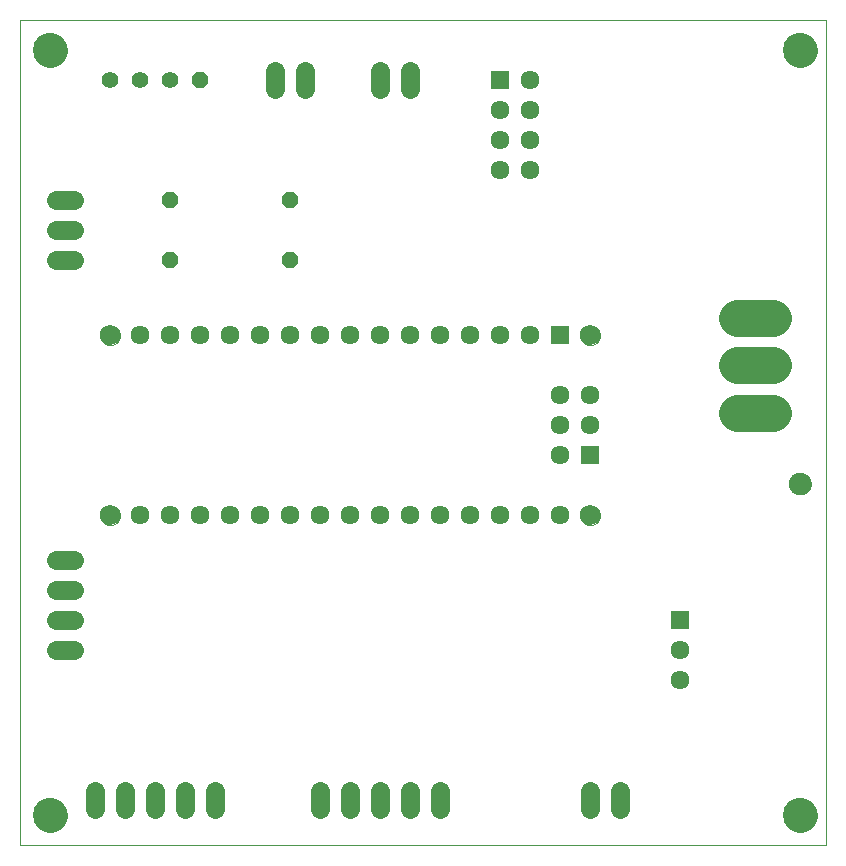
<source format=gts>
G75*
%MOIN*%
%OFA0B0*%
%FSLAX25Y25*%
%IPPOS*%
%LPD*%
%AMOC8*
5,1,8,0,0,1.08239X$1,22.5*
%
%ADD10C,0.00000*%
%ADD11C,0.11424*%
%ADD12C,0.06400*%
%ADD13R,0.06337X0.06337*%
%ADD14C,0.06337*%
%ADD15C,0.06900*%
%ADD16OC8,0.05600*%
%ADD17C,0.07487*%
%ADD18OC8,0.05550*%
%ADD19C,0.05550*%
%ADD20C,0.12250*%
D10*
X0001000Y0001500D02*
X0001000Y0276461D01*
X0269701Y0276461D01*
X0269701Y0001500D01*
X0001000Y0001500D01*
X0005488Y0011500D02*
X0005490Y0011648D01*
X0005496Y0011796D01*
X0005506Y0011944D01*
X0005520Y0012091D01*
X0005538Y0012238D01*
X0005559Y0012384D01*
X0005585Y0012530D01*
X0005615Y0012675D01*
X0005648Y0012819D01*
X0005686Y0012962D01*
X0005727Y0013104D01*
X0005772Y0013245D01*
X0005820Y0013385D01*
X0005873Y0013524D01*
X0005929Y0013661D01*
X0005989Y0013796D01*
X0006052Y0013930D01*
X0006119Y0014062D01*
X0006190Y0014192D01*
X0006264Y0014320D01*
X0006341Y0014446D01*
X0006422Y0014570D01*
X0006506Y0014692D01*
X0006593Y0014811D01*
X0006684Y0014928D01*
X0006778Y0015043D01*
X0006874Y0015155D01*
X0006974Y0015265D01*
X0007076Y0015371D01*
X0007182Y0015475D01*
X0007290Y0015576D01*
X0007401Y0015674D01*
X0007514Y0015770D01*
X0007630Y0015862D01*
X0007748Y0015951D01*
X0007869Y0016036D01*
X0007992Y0016119D01*
X0008117Y0016198D01*
X0008244Y0016274D01*
X0008373Y0016346D01*
X0008504Y0016415D01*
X0008637Y0016480D01*
X0008772Y0016541D01*
X0008908Y0016599D01*
X0009045Y0016654D01*
X0009184Y0016704D01*
X0009325Y0016751D01*
X0009466Y0016794D01*
X0009609Y0016834D01*
X0009753Y0016869D01*
X0009897Y0016901D01*
X0010043Y0016928D01*
X0010189Y0016952D01*
X0010336Y0016972D01*
X0010483Y0016988D01*
X0010630Y0017000D01*
X0010778Y0017008D01*
X0010926Y0017012D01*
X0011074Y0017012D01*
X0011222Y0017008D01*
X0011370Y0017000D01*
X0011517Y0016988D01*
X0011664Y0016972D01*
X0011811Y0016952D01*
X0011957Y0016928D01*
X0012103Y0016901D01*
X0012247Y0016869D01*
X0012391Y0016834D01*
X0012534Y0016794D01*
X0012675Y0016751D01*
X0012816Y0016704D01*
X0012955Y0016654D01*
X0013092Y0016599D01*
X0013228Y0016541D01*
X0013363Y0016480D01*
X0013496Y0016415D01*
X0013627Y0016346D01*
X0013756Y0016274D01*
X0013883Y0016198D01*
X0014008Y0016119D01*
X0014131Y0016036D01*
X0014252Y0015951D01*
X0014370Y0015862D01*
X0014486Y0015770D01*
X0014599Y0015674D01*
X0014710Y0015576D01*
X0014818Y0015475D01*
X0014924Y0015371D01*
X0015026Y0015265D01*
X0015126Y0015155D01*
X0015222Y0015043D01*
X0015316Y0014928D01*
X0015407Y0014811D01*
X0015494Y0014692D01*
X0015578Y0014570D01*
X0015659Y0014446D01*
X0015736Y0014320D01*
X0015810Y0014192D01*
X0015881Y0014062D01*
X0015948Y0013930D01*
X0016011Y0013796D01*
X0016071Y0013661D01*
X0016127Y0013524D01*
X0016180Y0013385D01*
X0016228Y0013245D01*
X0016273Y0013104D01*
X0016314Y0012962D01*
X0016352Y0012819D01*
X0016385Y0012675D01*
X0016415Y0012530D01*
X0016441Y0012384D01*
X0016462Y0012238D01*
X0016480Y0012091D01*
X0016494Y0011944D01*
X0016504Y0011796D01*
X0016510Y0011648D01*
X0016512Y0011500D01*
X0016510Y0011352D01*
X0016504Y0011204D01*
X0016494Y0011056D01*
X0016480Y0010909D01*
X0016462Y0010762D01*
X0016441Y0010616D01*
X0016415Y0010470D01*
X0016385Y0010325D01*
X0016352Y0010181D01*
X0016314Y0010038D01*
X0016273Y0009896D01*
X0016228Y0009755D01*
X0016180Y0009615D01*
X0016127Y0009476D01*
X0016071Y0009339D01*
X0016011Y0009204D01*
X0015948Y0009070D01*
X0015881Y0008938D01*
X0015810Y0008808D01*
X0015736Y0008680D01*
X0015659Y0008554D01*
X0015578Y0008430D01*
X0015494Y0008308D01*
X0015407Y0008189D01*
X0015316Y0008072D01*
X0015222Y0007957D01*
X0015126Y0007845D01*
X0015026Y0007735D01*
X0014924Y0007629D01*
X0014818Y0007525D01*
X0014710Y0007424D01*
X0014599Y0007326D01*
X0014486Y0007230D01*
X0014370Y0007138D01*
X0014252Y0007049D01*
X0014131Y0006964D01*
X0014008Y0006881D01*
X0013883Y0006802D01*
X0013756Y0006726D01*
X0013627Y0006654D01*
X0013496Y0006585D01*
X0013363Y0006520D01*
X0013228Y0006459D01*
X0013092Y0006401D01*
X0012955Y0006346D01*
X0012816Y0006296D01*
X0012675Y0006249D01*
X0012534Y0006206D01*
X0012391Y0006166D01*
X0012247Y0006131D01*
X0012103Y0006099D01*
X0011957Y0006072D01*
X0011811Y0006048D01*
X0011664Y0006028D01*
X0011517Y0006012D01*
X0011370Y0006000D01*
X0011222Y0005992D01*
X0011074Y0005988D01*
X0010926Y0005988D01*
X0010778Y0005992D01*
X0010630Y0006000D01*
X0010483Y0006012D01*
X0010336Y0006028D01*
X0010189Y0006048D01*
X0010043Y0006072D01*
X0009897Y0006099D01*
X0009753Y0006131D01*
X0009609Y0006166D01*
X0009466Y0006206D01*
X0009325Y0006249D01*
X0009184Y0006296D01*
X0009045Y0006346D01*
X0008908Y0006401D01*
X0008772Y0006459D01*
X0008637Y0006520D01*
X0008504Y0006585D01*
X0008373Y0006654D01*
X0008244Y0006726D01*
X0008117Y0006802D01*
X0007992Y0006881D01*
X0007869Y0006964D01*
X0007748Y0007049D01*
X0007630Y0007138D01*
X0007514Y0007230D01*
X0007401Y0007326D01*
X0007290Y0007424D01*
X0007182Y0007525D01*
X0007076Y0007629D01*
X0006974Y0007735D01*
X0006874Y0007845D01*
X0006778Y0007957D01*
X0006684Y0008072D01*
X0006593Y0008189D01*
X0006506Y0008308D01*
X0006422Y0008430D01*
X0006341Y0008554D01*
X0006264Y0008680D01*
X0006190Y0008808D01*
X0006119Y0008938D01*
X0006052Y0009070D01*
X0005989Y0009204D01*
X0005929Y0009339D01*
X0005873Y0009476D01*
X0005820Y0009615D01*
X0005772Y0009755D01*
X0005727Y0009896D01*
X0005686Y0010038D01*
X0005648Y0010181D01*
X0005615Y0010325D01*
X0005585Y0010470D01*
X0005559Y0010616D01*
X0005538Y0010762D01*
X0005520Y0010909D01*
X0005506Y0011056D01*
X0005496Y0011204D01*
X0005490Y0011352D01*
X0005488Y0011500D01*
X0027750Y0111500D02*
X0027752Y0111613D01*
X0027758Y0111727D01*
X0027768Y0111840D01*
X0027782Y0111952D01*
X0027799Y0112064D01*
X0027821Y0112176D01*
X0027847Y0112286D01*
X0027876Y0112396D01*
X0027909Y0112504D01*
X0027946Y0112612D01*
X0027987Y0112717D01*
X0028031Y0112822D01*
X0028079Y0112925D01*
X0028130Y0113026D01*
X0028185Y0113125D01*
X0028244Y0113222D01*
X0028306Y0113317D01*
X0028371Y0113410D01*
X0028439Y0113501D01*
X0028510Y0113589D01*
X0028585Y0113675D01*
X0028662Y0113758D01*
X0028742Y0113838D01*
X0028825Y0113915D01*
X0028911Y0113990D01*
X0028999Y0114061D01*
X0029090Y0114129D01*
X0029183Y0114194D01*
X0029278Y0114256D01*
X0029375Y0114315D01*
X0029474Y0114370D01*
X0029575Y0114421D01*
X0029678Y0114469D01*
X0029783Y0114513D01*
X0029888Y0114554D01*
X0029996Y0114591D01*
X0030104Y0114624D01*
X0030214Y0114653D01*
X0030324Y0114679D01*
X0030436Y0114701D01*
X0030548Y0114718D01*
X0030660Y0114732D01*
X0030773Y0114742D01*
X0030887Y0114748D01*
X0031000Y0114750D01*
X0031113Y0114748D01*
X0031227Y0114742D01*
X0031340Y0114732D01*
X0031452Y0114718D01*
X0031564Y0114701D01*
X0031676Y0114679D01*
X0031786Y0114653D01*
X0031896Y0114624D01*
X0032004Y0114591D01*
X0032112Y0114554D01*
X0032217Y0114513D01*
X0032322Y0114469D01*
X0032425Y0114421D01*
X0032526Y0114370D01*
X0032625Y0114315D01*
X0032722Y0114256D01*
X0032817Y0114194D01*
X0032910Y0114129D01*
X0033001Y0114061D01*
X0033089Y0113990D01*
X0033175Y0113915D01*
X0033258Y0113838D01*
X0033338Y0113758D01*
X0033415Y0113675D01*
X0033490Y0113589D01*
X0033561Y0113501D01*
X0033629Y0113410D01*
X0033694Y0113317D01*
X0033756Y0113222D01*
X0033815Y0113125D01*
X0033870Y0113026D01*
X0033921Y0112925D01*
X0033969Y0112822D01*
X0034013Y0112717D01*
X0034054Y0112612D01*
X0034091Y0112504D01*
X0034124Y0112396D01*
X0034153Y0112286D01*
X0034179Y0112176D01*
X0034201Y0112064D01*
X0034218Y0111952D01*
X0034232Y0111840D01*
X0034242Y0111727D01*
X0034248Y0111613D01*
X0034250Y0111500D01*
X0034248Y0111387D01*
X0034242Y0111273D01*
X0034232Y0111160D01*
X0034218Y0111048D01*
X0034201Y0110936D01*
X0034179Y0110824D01*
X0034153Y0110714D01*
X0034124Y0110604D01*
X0034091Y0110496D01*
X0034054Y0110388D01*
X0034013Y0110283D01*
X0033969Y0110178D01*
X0033921Y0110075D01*
X0033870Y0109974D01*
X0033815Y0109875D01*
X0033756Y0109778D01*
X0033694Y0109683D01*
X0033629Y0109590D01*
X0033561Y0109499D01*
X0033490Y0109411D01*
X0033415Y0109325D01*
X0033338Y0109242D01*
X0033258Y0109162D01*
X0033175Y0109085D01*
X0033089Y0109010D01*
X0033001Y0108939D01*
X0032910Y0108871D01*
X0032817Y0108806D01*
X0032722Y0108744D01*
X0032625Y0108685D01*
X0032526Y0108630D01*
X0032425Y0108579D01*
X0032322Y0108531D01*
X0032217Y0108487D01*
X0032112Y0108446D01*
X0032004Y0108409D01*
X0031896Y0108376D01*
X0031786Y0108347D01*
X0031676Y0108321D01*
X0031564Y0108299D01*
X0031452Y0108282D01*
X0031340Y0108268D01*
X0031227Y0108258D01*
X0031113Y0108252D01*
X0031000Y0108250D01*
X0030887Y0108252D01*
X0030773Y0108258D01*
X0030660Y0108268D01*
X0030548Y0108282D01*
X0030436Y0108299D01*
X0030324Y0108321D01*
X0030214Y0108347D01*
X0030104Y0108376D01*
X0029996Y0108409D01*
X0029888Y0108446D01*
X0029783Y0108487D01*
X0029678Y0108531D01*
X0029575Y0108579D01*
X0029474Y0108630D01*
X0029375Y0108685D01*
X0029278Y0108744D01*
X0029183Y0108806D01*
X0029090Y0108871D01*
X0028999Y0108939D01*
X0028911Y0109010D01*
X0028825Y0109085D01*
X0028742Y0109162D01*
X0028662Y0109242D01*
X0028585Y0109325D01*
X0028510Y0109411D01*
X0028439Y0109499D01*
X0028371Y0109590D01*
X0028306Y0109683D01*
X0028244Y0109778D01*
X0028185Y0109875D01*
X0028130Y0109974D01*
X0028079Y0110075D01*
X0028031Y0110178D01*
X0027987Y0110283D01*
X0027946Y0110388D01*
X0027909Y0110496D01*
X0027876Y0110604D01*
X0027847Y0110714D01*
X0027821Y0110824D01*
X0027799Y0110936D01*
X0027782Y0111048D01*
X0027768Y0111160D01*
X0027758Y0111273D01*
X0027752Y0111387D01*
X0027750Y0111500D01*
X0027750Y0171500D02*
X0027752Y0171613D01*
X0027758Y0171727D01*
X0027768Y0171840D01*
X0027782Y0171952D01*
X0027799Y0172064D01*
X0027821Y0172176D01*
X0027847Y0172286D01*
X0027876Y0172396D01*
X0027909Y0172504D01*
X0027946Y0172612D01*
X0027987Y0172717D01*
X0028031Y0172822D01*
X0028079Y0172925D01*
X0028130Y0173026D01*
X0028185Y0173125D01*
X0028244Y0173222D01*
X0028306Y0173317D01*
X0028371Y0173410D01*
X0028439Y0173501D01*
X0028510Y0173589D01*
X0028585Y0173675D01*
X0028662Y0173758D01*
X0028742Y0173838D01*
X0028825Y0173915D01*
X0028911Y0173990D01*
X0028999Y0174061D01*
X0029090Y0174129D01*
X0029183Y0174194D01*
X0029278Y0174256D01*
X0029375Y0174315D01*
X0029474Y0174370D01*
X0029575Y0174421D01*
X0029678Y0174469D01*
X0029783Y0174513D01*
X0029888Y0174554D01*
X0029996Y0174591D01*
X0030104Y0174624D01*
X0030214Y0174653D01*
X0030324Y0174679D01*
X0030436Y0174701D01*
X0030548Y0174718D01*
X0030660Y0174732D01*
X0030773Y0174742D01*
X0030887Y0174748D01*
X0031000Y0174750D01*
X0031113Y0174748D01*
X0031227Y0174742D01*
X0031340Y0174732D01*
X0031452Y0174718D01*
X0031564Y0174701D01*
X0031676Y0174679D01*
X0031786Y0174653D01*
X0031896Y0174624D01*
X0032004Y0174591D01*
X0032112Y0174554D01*
X0032217Y0174513D01*
X0032322Y0174469D01*
X0032425Y0174421D01*
X0032526Y0174370D01*
X0032625Y0174315D01*
X0032722Y0174256D01*
X0032817Y0174194D01*
X0032910Y0174129D01*
X0033001Y0174061D01*
X0033089Y0173990D01*
X0033175Y0173915D01*
X0033258Y0173838D01*
X0033338Y0173758D01*
X0033415Y0173675D01*
X0033490Y0173589D01*
X0033561Y0173501D01*
X0033629Y0173410D01*
X0033694Y0173317D01*
X0033756Y0173222D01*
X0033815Y0173125D01*
X0033870Y0173026D01*
X0033921Y0172925D01*
X0033969Y0172822D01*
X0034013Y0172717D01*
X0034054Y0172612D01*
X0034091Y0172504D01*
X0034124Y0172396D01*
X0034153Y0172286D01*
X0034179Y0172176D01*
X0034201Y0172064D01*
X0034218Y0171952D01*
X0034232Y0171840D01*
X0034242Y0171727D01*
X0034248Y0171613D01*
X0034250Y0171500D01*
X0034248Y0171387D01*
X0034242Y0171273D01*
X0034232Y0171160D01*
X0034218Y0171048D01*
X0034201Y0170936D01*
X0034179Y0170824D01*
X0034153Y0170714D01*
X0034124Y0170604D01*
X0034091Y0170496D01*
X0034054Y0170388D01*
X0034013Y0170283D01*
X0033969Y0170178D01*
X0033921Y0170075D01*
X0033870Y0169974D01*
X0033815Y0169875D01*
X0033756Y0169778D01*
X0033694Y0169683D01*
X0033629Y0169590D01*
X0033561Y0169499D01*
X0033490Y0169411D01*
X0033415Y0169325D01*
X0033338Y0169242D01*
X0033258Y0169162D01*
X0033175Y0169085D01*
X0033089Y0169010D01*
X0033001Y0168939D01*
X0032910Y0168871D01*
X0032817Y0168806D01*
X0032722Y0168744D01*
X0032625Y0168685D01*
X0032526Y0168630D01*
X0032425Y0168579D01*
X0032322Y0168531D01*
X0032217Y0168487D01*
X0032112Y0168446D01*
X0032004Y0168409D01*
X0031896Y0168376D01*
X0031786Y0168347D01*
X0031676Y0168321D01*
X0031564Y0168299D01*
X0031452Y0168282D01*
X0031340Y0168268D01*
X0031227Y0168258D01*
X0031113Y0168252D01*
X0031000Y0168250D01*
X0030887Y0168252D01*
X0030773Y0168258D01*
X0030660Y0168268D01*
X0030548Y0168282D01*
X0030436Y0168299D01*
X0030324Y0168321D01*
X0030214Y0168347D01*
X0030104Y0168376D01*
X0029996Y0168409D01*
X0029888Y0168446D01*
X0029783Y0168487D01*
X0029678Y0168531D01*
X0029575Y0168579D01*
X0029474Y0168630D01*
X0029375Y0168685D01*
X0029278Y0168744D01*
X0029183Y0168806D01*
X0029090Y0168871D01*
X0028999Y0168939D01*
X0028911Y0169010D01*
X0028825Y0169085D01*
X0028742Y0169162D01*
X0028662Y0169242D01*
X0028585Y0169325D01*
X0028510Y0169411D01*
X0028439Y0169499D01*
X0028371Y0169590D01*
X0028306Y0169683D01*
X0028244Y0169778D01*
X0028185Y0169875D01*
X0028130Y0169974D01*
X0028079Y0170075D01*
X0028031Y0170178D01*
X0027987Y0170283D01*
X0027946Y0170388D01*
X0027909Y0170496D01*
X0027876Y0170604D01*
X0027847Y0170714D01*
X0027821Y0170824D01*
X0027799Y0170936D01*
X0027782Y0171048D01*
X0027768Y0171160D01*
X0027758Y0171273D01*
X0027752Y0171387D01*
X0027750Y0171500D01*
X0005488Y0266500D02*
X0005490Y0266648D01*
X0005496Y0266796D01*
X0005506Y0266944D01*
X0005520Y0267091D01*
X0005538Y0267238D01*
X0005559Y0267384D01*
X0005585Y0267530D01*
X0005615Y0267675D01*
X0005648Y0267819D01*
X0005686Y0267962D01*
X0005727Y0268104D01*
X0005772Y0268245D01*
X0005820Y0268385D01*
X0005873Y0268524D01*
X0005929Y0268661D01*
X0005989Y0268796D01*
X0006052Y0268930D01*
X0006119Y0269062D01*
X0006190Y0269192D01*
X0006264Y0269320D01*
X0006341Y0269446D01*
X0006422Y0269570D01*
X0006506Y0269692D01*
X0006593Y0269811D01*
X0006684Y0269928D01*
X0006778Y0270043D01*
X0006874Y0270155D01*
X0006974Y0270265D01*
X0007076Y0270371D01*
X0007182Y0270475D01*
X0007290Y0270576D01*
X0007401Y0270674D01*
X0007514Y0270770D01*
X0007630Y0270862D01*
X0007748Y0270951D01*
X0007869Y0271036D01*
X0007992Y0271119D01*
X0008117Y0271198D01*
X0008244Y0271274D01*
X0008373Y0271346D01*
X0008504Y0271415D01*
X0008637Y0271480D01*
X0008772Y0271541D01*
X0008908Y0271599D01*
X0009045Y0271654D01*
X0009184Y0271704D01*
X0009325Y0271751D01*
X0009466Y0271794D01*
X0009609Y0271834D01*
X0009753Y0271869D01*
X0009897Y0271901D01*
X0010043Y0271928D01*
X0010189Y0271952D01*
X0010336Y0271972D01*
X0010483Y0271988D01*
X0010630Y0272000D01*
X0010778Y0272008D01*
X0010926Y0272012D01*
X0011074Y0272012D01*
X0011222Y0272008D01*
X0011370Y0272000D01*
X0011517Y0271988D01*
X0011664Y0271972D01*
X0011811Y0271952D01*
X0011957Y0271928D01*
X0012103Y0271901D01*
X0012247Y0271869D01*
X0012391Y0271834D01*
X0012534Y0271794D01*
X0012675Y0271751D01*
X0012816Y0271704D01*
X0012955Y0271654D01*
X0013092Y0271599D01*
X0013228Y0271541D01*
X0013363Y0271480D01*
X0013496Y0271415D01*
X0013627Y0271346D01*
X0013756Y0271274D01*
X0013883Y0271198D01*
X0014008Y0271119D01*
X0014131Y0271036D01*
X0014252Y0270951D01*
X0014370Y0270862D01*
X0014486Y0270770D01*
X0014599Y0270674D01*
X0014710Y0270576D01*
X0014818Y0270475D01*
X0014924Y0270371D01*
X0015026Y0270265D01*
X0015126Y0270155D01*
X0015222Y0270043D01*
X0015316Y0269928D01*
X0015407Y0269811D01*
X0015494Y0269692D01*
X0015578Y0269570D01*
X0015659Y0269446D01*
X0015736Y0269320D01*
X0015810Y0269192D01*
X0015881Y0269062D01*
X0015948Y0268930D01*
X0016011Y0268796D01*
X0016071Y0268661D01*
X0016127Y0268524D01*
X0016180Y0268385D01*
X0016228Y0268245D01*
X0016273Y0268104D01*
X0016314Y0267962D01*
X0016352Y0267819D01*
X0016385Y0267675D01*
X0016415Y0267530D01*
X0016441Y0267384D01*
X0016462Y0267238D01*
X0016480Y0267091D01*
X0016494Y0266944D01*
X0016504Y0266796D01*
X0016510Y0266648D01*
X0016512Y0266500D01*
X0016510Y0266352D01*
X0016504Y0266204D01*
X0016494Y0266056D01*
X0016480Y0265909D01*
X0016462Y0265762D01*
X0016441Y0265616D01*
X0016415Y0265470D01*
X0016385Y0265325D01*
X0016352Y0265181D01*
X0016314Y0265038D01*
X0016273Y0264896D01*
X0016228Y0264755D01*
X0016180Y0264615D01*
X0016127Y0264476D01*
X0016071Y0264339D01*
X0016011Y0264204D01*
X0015948Y0264070D01*
X0015881Y0263938D01*
X0015810Y0263808D01*
X0015736Y0263680D01*
X0015659Y0263554D01*
X0015578Y0263430D01*
X0015494Y0263308D01*
X0015407Y0263189D01*
X0015316Y0263072D01*
X0015222Y0262957D01*
X0015126Y0262845D01*
X0015026Y0262735D01*
X0014924Y0262629D01*
X0014818Y0262525D01*
X0014710Y0262424D01*
X0014599Y0262326D01*
X0014486Y0262230D01*
X0014370Y0262138D01*
X0014252Y0262049D01*
X0014131Y0261964D01*
X0014008Y0261881D01*
X0013883Y0261802D01*
X0013756Y0261726D01*
X0013627Y0261654D01*
X0013496Y0261585D01*
X0013363Y0261520D01*
X0013228Y0261459D01*
X0013092Y0261401D01*
X0012955Y0261346D01*
X0012816Y0261296D01*
X0012675Y0261249D01*
X0012534Y0261206D01*
X0012391Y0261166D01*
X0012247Y0261131D01*
X0012103Y0261099D01*
X0011957Y0261072D01*
X0011811Y0261048D01*
X0011664Y0261028D01*
X0011517Y0261012D01*
X0011370Y0261000D01*
X0011222Y0260992D01*
X0011074Y0260988D01*
X0010926Y0260988D01*
X0010778Y0260992D01*
X0010630Y0261000D01*
X0010483Y0261012D01*
X0010336Y0261028D01*
X0010189Y0261048D01*
X0010043Y0261072D01*
X0009897Y0261099D01*
X0009753Y0261131D01*
X0009609Y0261166D01*
X0009466Y0261206D01*
X0009325Y0261249D01*
X0009184Y0261296D01*
X0009045Y0261346D01*
X0008908Y0261401D01*
X0008772Y0261459D01*
X0008637Y0261520D01*
X0008504Y0261585D01*
X0008373Y0261654D01*
X0008244Y0261726D01*
X0008117Y0261802D01*
X0007992Y0261881D01*
X0007869Y0261964D01*
X0007748Y0262049D01*
X0007630Y0262138D01*
X0007514Y0262230D01*
X0007401Y0262326D01*
X0007290Y0262424D01*
X0007182Y0262525D01*
X0007076Y0262629D01*
X0006974Y0262735D01*
X0006874Y0262845D01*
X0006778Y0262957D01*
X0006684Y0263072D01*
X0006593Y0263189D01*
X0006506Y0263308D01*
X0006422Y0263430D01*
X0006341Y0263554D01*
X0006264Y0263680D01*
X0006190Y0263808D01*
X0006119Y0263938D01*
X0006052Y0264070D01*
X0005989Y0264204D01*
X0005929Y0264339D01*
X0005873Y0264476D01*
X0005820Y0264615D01*
X0005772Y0264755D01*
X0005727Y0264896D01*
X0005686Y0265038D01*
X0005648Y0265181D01*
X0005615Y0265325D01*
X0005585Y0265470D01*
X0005559Y0265616D01*
X0005538Y0265762D01*
X0005520Y0265909D01*
X0005506Y0266056D01*
X0005496Y0266204D01*
X0005490Y0266352D01*
X0005488Y0266500D01*
X0187750Y0171500D02*
X0187752Y0171613D01*
X0187758Y0171727D01*
X0187768Y0171840D01*
X0187782Y0171952D01*
X0187799Y0172064D01*
X0187821Y0172176D01*
X0187847Y0172286D01*
X0187876Y0172396D01*
X0187909Y0172504D01*
X0187946Y0172612D01*
X0187987Y0172717D01*
X0188031Y0172822D01*
X0188079Y0172925D01*
X0188130Y0173026D01*
X0188185Y0173125D01*
X0188244Y0173222D01*
X0188306Y0173317D01*
X0188371Y0173410D01*
X0188439Y0173501D01*
X0188510Y0173589D01*
X0188585Y0173675D01*
X0188662Y0173758D01*
X0188742Y0173838D01*
X0188825Y0173915D01*
X0188911Y0173990D01*
X0188999Y0174061D01*
X0189090Y0174129D01*
X0189183Y0174194D01*
X0189278Y0174256D01*
X0189375Y0174315D01*
X0189474Y0174370D01*
X0189575Y0174421D01*
X0189678Y0174469D01*
X0189783Y0174513D01*
X0189888Y0174554D01*
X0189996Y0174591D01*
X0190104Y0174624D01*
X0190214Y0174653D01*
X0190324Y0174679D01*
X0190436Y0174701D01*
X0190548Y0174718D01*
X0190660Y0174732D01*
X0190773Y0174742D01*
X0190887Y0174748D01*
X0191000Y0174750D01*
X0191113Y0174748D01*
X0191227Y0174742D01*
X0191340Y0174732D01*
X0191452Y0174718D01*
X0191564Y0174701D01*
X0191676Y0174679D01*
X0191786Y0174653D01*
X0191896Y0174624D01*
X0192004Y0174591D01*
X0192112Y0174554D01*
X0192217Y0174513D01*
X0192322Y0174469D01*
X0192425Y0174421D01*
X0192526Y0174370D01*
X0192625Y0174315D01*
X0192722Y0174256D01*
X0192817Y0174194D01*
X0192910Y0174129D01*
X0193001Y0174061D01*
X0193089Y0173990D01*
X0193175Y0173915D01*
X0193258Y0173838D01*
X0193338Y0173758D01*
X0193415Y0173675D01*
X0193490Y0173589D01*
X0193561Y0173501D01*
X0193629Y0173410D01*
X0193694Y0173317D01*
X0193756Y0173222D01*
X0193815Y0173125D01*
X0193870Y0173026D01*
X0193921Y0172925D01*
X0193969Y0172822D01*
X0194013Y0172717D01*
X0194054Y0172612D01*
X0194091Y0172504D01*
X0194124Y0172396D01*
X0194153Y0172286D01*
X0194179Y0172176D01*
X0194201Y0172064D01*
X0194218Y0171952D01*
X0194232Y0171840D01*
X0194242Y0171727D01*
X0194248Y0171613D01*
X0194250Y0171500D01*
X0194248Y0171387D01*
X0194242Y0171273D01*
X0194232Y0171160D01*
X0194218Y0171048D01*
X0194201Y0170936D01*
X0194179Y0170824D01*
X0194153Y0170714D01*
X0194124Y0170604D01*
X0194091Y0170496D01*
X0194054Y0170388D01*
X0194013Y0170283D01*
X0193969Y0170178D01*
X0193921Y0170075D01*
X0193870Y0169974D01*
X0193815Y0169875D01*
X0193756Y0169778D01*
X0193694Y0169683D01*
X0193629Y0169590D01*
X0193561Y0169499D01*
X0193490Y0169411D01*
X0193415Y0169325D01*
X0193338Y0169242D01*
X0193258Y0169162D01*
X0193175Y0169085D01*
X0193089Y0169010D01*
X0193001Y0168939D01*
X0192910Y0168871D01*
X0192817Y0168806D01*
X0192722Y0168744D01*
X0192625Y0168685D01*
X0192526Y0168630D01*
X0192425Y0168579D01*
X0192322Y0168531D01*
X0192217Y0168487D01*
X0192112Y0168446D01*
X0192004Y0168409D01*
X0191896Y0168376D01*
X0191786Y0168347D01*
X0191676Y0168321D01*
X0191564Y0168299D01*
X0191452Y0168282D01*
X0191340Y0168268D01*
X0191227Y0168258D01*
X0191113Y0168252D01*
X0191000Y0168250D01*
X0190887Y0168252D01*
X0190773Y0168258D01*
X0190660Y0168268D01*
X0190548Y0168282D01*
X0190436Y0168299D01*
X0190324Y0168321D01*
X0190214Y0168347D01*
X0190104Y0168376D01*
X0189996Y0168409D01*
X0189888Y0168446D01*
X0189783Y0168487D01*
X0189678Y0168531D01*
X0189575Y0168579D01*
X0189474Y0168630D01*
X0189375Y0168685D01*
X0189278Y0168744D01*
X0189183Y0168806D01*
X0189090Y0168871D01*
X0188999Y0168939D01*
X0188911Y0169010D01*
X0188825Y0169085D01*
X0188742Y0169162D01*
X0188662Y0169242D01*
X0188585Y0169325D01*
X0188510Y0169411D01*
X0188439Y0169499D01*
X0188371Y0169590D01*
X0188306Y0169683D01*
X0188244Y0169778D01*
X0188185Y0169875D01*
X0188130Y0169974D01*
X0188079Y0170075D01*
X0188031Y0170178D01*
X0187987Y0170283D01*
X0187946Y0170388D01*
X0187909Y0170496D01*
X0187876Y0170604D01*
X0187847Y0170714D01*
X0187821Y0170824D01*
X0187799Y0170936D01*
X0187782Y0171048D01*
X0187768Y0171160D01*
X0187758Y0171273D01*
X0187752Y0171387D01*
X0187750Y0171500D01*
X0187750Y0111500D02*
X0187752Y0111613D01*
X0187758Y0111727D01*
X0187768Y0111840D01*
X0187782Y0111952D01*
X0187799Y0112064D01*
X0187821Y0112176D01*
X0187847Y0112286D01*
X0187876Y0112396D01*
X0187909Y0112504D01*
X0187946Y0112612D01*
X0187987Y0112717D01*
X0188031Y0112822D01*
X0188079Y0112925D01*
X0188130Y0113026D01*
X0188185Y0113125D01*
X0188244Y0113222D01*
X0188306Y0113317D01*
X0188371Y0113410D01*
X0188439Y0113501D01*
X0188510Y0113589D01*
X0188585Y0113675D01*
X0188662Y0113758D01*
X0188742Y0113838D01*
X0188825Y0113915D01*
X0188911Y0113990D01*
X0188999Y0114061D01*
X0189090Y0114129D01*
X0189183Y0114194D01*
X0189278Y0114256D01*
X0189375Y0114315D01*
X0189474Y0114370D01*
X0189575Y0114421D01*
X0189678Y0114469D01*
X0189783Y0114513D01*
X0189888Y0114554D01*
X0189996Y0114591D01*
X0190104Y0114624D01*
X0190214Y0114653D01*
X0190324Y0114679D01*
X0190436Y0114701D01*
X0190548Y0114718D01*
X0190660Y0114732D01*
X0190773Y0114742D01*
X0190887Y0114748D01*
X0191000Y0114750D01*
X0191113Y0114748D01*
X0191227Y0114742D01*
X0191340Y0114732D01*
X0191452Y0114718D01*
X0191564Y0114701D01*
X0191676Y0114679D01*
X0191786Y0114653D01*
X0191896Y0114624D01*
X0192004Y0114591D01*
X0192112Y0114554D01*
X0192217Y0114513D01*
X0192322Y0114469D01*
X0192425Y0114421D01*
X0192526Y0114370D01*
X0192625Y0114315D01*
X0192722Y0114256D01*
X0192817Y0114194D01*
X0192910Y0114129D01*
X0193001Y0114061D01*
X0193089Y0113990D01*
X0193175Y0113915D01*
X0193258Y0113838D01*
X0193338Y0113758D01*
X0193415Y0113675D01*
X0193490Y0113589D01*
X0193561Y0113501D01*
X0193629Y0113410D01*
X0193694Y0113317D01*
X0193756Y0113222D01*
X0193815Y0113125D01*
X0193870Y0113026D01*
X0193921Y0112925D01*
X0193969Y0112822D01*
X0194013Y0112717D01*
X0194054Y0112612D01*
X0194091Y0112504D01*
X0194124Y0112396D01*
X0194153Y0112286D01*
X0194179Y0112176D01*
X0194201Y0112064D01*
X0194218Y0111952D01*
X0194232Y0111840D01*
X0194242Y0111727D01*
X0194248Y0111613D01*
X0194250Y0111500D01*
X0194248Y0111387D01*
X0194242Y0111273D01*
X0194232Y0111160D01*
X0194218Y0111048D01*
X0194201Y0110936D01*
X0194179Y0110824D01*
X0194153Y0110714D01*
X0194124Y0110604D01*
X0194091Y0110496D01*
X0194054Y0110388D01*
X0194013Y0110283D01*
X0193969Y0110178D01*
X0193921Y0110075D01*
X0193870Y0109974D01*
X0193815Y0109875D01*
X0193756Y0109778D01*
X0193694Y0109683D01*
X0193629Y0109590D01*
X0193561Y0109499D01*
X0193490Y0109411D01*
X0193415Y0109325D01*
X0193338Y0109242D01*
X0193258Y0109162D01*
X0193175Y0109085D01*
X0193089Y0109010D01*
X0193001Y0108939D01*
X0192910Y0108871D01*
X0192817Y0108806D01*
X0192722Y0108744D01*
X0192625Y0108685D01*
X0192526Y0108630D01*
X0192425Y0108579D01*
X0192322Y0108531D01*
X0192217Y0108487D01*
X0192112Y0108446D01*
X0192004Y0108409D01*
X0191896Y0108376D01*
X0191786Y0108347D01*
X0191676Y0108321D01*
X0191564Y0108299D01*
X0191452Y0108282D01*
X0191340Y0108268D01*
X0191227Y0108258D01*
X0191113Y0108252D01*
X0191000Y0108250D01*
X0190887Y0108252D01*
X0190773Y0108258D01*
X0190660Y0108268D01*
X0190548Y0108282D01*
X0190436Y0108299D01*
X0190324Y0108321D01*
X0190214Y0108347D01*
X0190104Y0108376D01*
X0189996Y0108409D01*
X0189888Y0108446D01*
X0189783Y0108487D01*
X0189678Y0108531D01*
X0189575Y0108579D01*
X0189474Y0108630D01*
X0189375Y0108685D01*
X0189278Y0108744D01*
X0189183Y0108806D01*
X0189090Y0108871D01*
X0188999Y0108939D01*
X0188911Y0109010D01*
X0188825Y0109085D01*
X0188742Y0109162D01*
X0188662Y0109242D01*
X0188585Y0109325D01*
X0188510Y0109411D01*
X0188439Y0109499D01*
X0188371Y0109590D01*
X0188306Y0109683D01*
X0188244Y0109778D01*
X0188185Y0109875D01*
X0188130Y0109974D01*
X0188079Y0110075D01*
X0188031Y0110178D01*
X0187987Y0110283D01*
X0187946Y0110388D01*
X0187909Y0110496D01*
X0187876Y0110604D01*
X0187847Y0110714D01*
X0187821Y0110824D01*
X0187799Y0110936D01*
X0187782Y0111048D01*
X0187768Y0111160D01*
X0187758Y0111273D01*
X0187752Y0111387D01*
X0187750Y0111500D01*
X0257457Y0122012D02*
X0257459Y0122130D01*
X0257465Y0122249D01*
X0257475Y0122367D01*
X0257489Y0122484D01*
X0257506Y0122601D01*
X0257528Y0122718D01*
X0257554Y0122833D01*
X0257583Y0122948D01*
X0257616Y0123062D01*
X0257653Y0123174D01*
X0257694Y0123285D01*
X0257738Y0123395D01*
X0257786Y0123503D01*
X0257838Y0123610D01*
X0257893Y0123715D01*
X0257952Y0123818D01*
X0258014Y0123918D01*
X0258079Y0124017D01*
X0258148Y0124114D01*
X0258219Y0124208D01*
X0258294Y0124299D01*
X0258372Y0124389D01*
X0258453Y0124475D01*
X0258537Y0124559D01*
X0258623Y0124640D01*
X0258713Y0124718D01*
X0258804Y0124793D01*
X0258898Y0124864D01*
X0258995Y0124933D01*
X0259094Y0124998D01*
X0259194Y0125060D01*
X0259297Y0125119D01*
X0259402Y0125174D01*
X0259509Y0125226D01*
X0259617Y0125274D01*
X0259727Y0125318D01*
X0259838Y0125359D01*
X0259950Y0125396D01*
X0260064Y0125429D01*
X0260179Y0125458D01*
X0260294Y0125484D01*
X0260411Y0125506D01*
X0260528Y0125523D01*
X0260645Y0125537D01*
X0260763Y0125547D01*
X0260882Y0125553D01*
X0261000Y0125555D01*
X0261118Y0125553D01*
X0261237Y0125547D01*
X0261355Y0125537D01*
X0261472Y0125523D01*
X0261589Y0125506D01*
X0261706Y0125484D01*
X0261821Y0125458D01*
X0261936Y0125429D01*
X0262050Y0125396D01*
X0262162Y0125359D01*
X0262273Y0125318D01*
X0262383Y0125274D01*
X0262491Y0125226D01*
X0262598Y0125174D01*
X0262703Y0125119D01*
X0262806Y0125060D01*
X0262906Y0124998D01*
X0263005Y0124933D01*
X0263102Y0124864D01*
X0263196Y0124793D01*
X0263287Y0124718D01*
X0263377Y0124640D01*
X0263463Y0124559D01*
X0263547Y0124475D01*
X0263628Y0124389D01*
X0263706Y0124299D01*
X0263781Y0124208D01*
X0263852Y0124114D01*
X0263921Y0124017D01*
X0263986Y0123918D01*
X0264048Y0123818D01*
X0264107Y0123715D01*
X0264162Y0123610D01*
X0264214Y0123503D01*
X0264262Y0123395D01*
X0264306Y0123285D01*
X0264347Y0123174D01*
X0264384Y0123062D01*
X0264417Y0122948D01*
X0264446Y0122833D01*
X0264472Y0122718D01*
X0264494Y0122601D01*
X0264511Y0122484D01*
X0264525Y0122367D01*
X0264535Y0122249D01*
X0264541Y0122130D01*
X0264543Y0122012D01*
X0264541Y0121894D01*
X0264535Y0121775D01*
X0264525Y0121657D01*
X0264511Y0121540D01*
X0264494Y0121423D01*
X0264472Y0121306D01*
X0264446Y0121191D01*
X0264417Y0121076D01*
X0264384Y0120962D01*
X0264347Y0120850D01*
X0264306Y0120739D01*
X0264262Y0120629D01*
X0264214Y0120521D01*
X0264162Y0120414D01*
X0264107Y0120309D01*
X0264048Y0120206D01*
X0263986Y0120106D01*
X0263921Y0120007D01*
X0263852Y0119910D01*
X0263781Y0119816D01*
X0263706Y0119725D01*
X0263628Y0119635D01*
X0263547Y0119549D01*
X0263463Y0119465D01*
X0263377Y0119384D01*
X0263287Y0119306D01*
X0263196Y0119231D01*
X0263102Y0119160D01*
X0263005Y0119091D01*
X0262906Y0119026D01*
X0262806Y0118964D01*
X0262703Y0118905D01*
X0262598Y0118850D01*
X0262491Y0118798D01*
X0262383Y0118750D01*
X0262273Y0118706D01*
X0262162Y0118665D01*
X0262050Y0118628D01*
X0261936Y0118595D01*
X0261821Y0118566D01*
X0261706Y0118540D01*
X0261589Y0118518D01*
X0261472Y0118501D01*
X0261355Y0118487D01*
X0261237Y0118477D01*
X0261118Y0118471D01*
X0261000Y0118469D01*
X0260882Y0118471D01*
X0260763Y0118477D01*
X0260645Y0118487D01*
X0260528Y0118501D01*
X0260411Y0118518D01*
X0260294Y0118540D01*
X0260179Y0118566D01*
X0260064Y0118595D01*
X0259950Y0118628D01*
X0259838Y0118665D01*
X0259727Y0118706D01*
X0259617Y0118750D01*
X0259509Y0118798D01*
X0259402Y0118850D01*
X0259297Y0118905D01*
X0259194Y0118964D01*
X0259094Y0119026D01*
X0258995Y0119091D01*
X0258898Y0119160D01*
X0258804Y0119231D01*
X0258713Y0119306D01*
X0258623Y0119384D01*
X0258537Y0119465D01*
X0258453Y0119549D01*
X0258372Y0119635D01*
X0258294Y0119725D01*
X0258219Y0119816D01*
X0258148Y0119910D01*
X0258079Y0120007D01*
X0258014Y0120106D01*
X0257952Y0120206D01*
X0257893Y0120309D01*
X0257838Y0120414D01*
X0257786Y0120521D01*
X0257738Y0120629D01*
X0257694Y0120739D01*
X0257653Y0120850D01*
X0257616Y0120962D01*
X0257583Y0121076D01*
X0257554Y0121191D01*
X0257528Y0121306D01*
X0257506Y0121423D01*
X0257489Y0121540D01*
X0257475Y0121657D01*
X0257465Y0121775D01*
X0257459Y0121894D01*
X0257457Y0122012D01*
X0255488Y0011500D02*
X0255490Y0011648D01*
X0255496Y0011796D01*
X0255506Y0011944D01*
X0255520Y0012091D01*
X0255538Y0012238D01*
X0255559Y0012384D01*
X0255585Y0012530D01*
X0255615Y0012675D01*
X0255648Y0012819D01*
X0255686Y0012962D01*
X0255727Y0013104D01*
X0255772Y0013245D01*
X0255820Y0013385D01*
X0255873Y0013524D01*
X0255929Y0013661D01*
X0255989Y0013796D01*
X0256052Y0013930D01*
X0256119Y0014062D01*
X0256190Y0014192D01*
X0256264Y0014320D01*
X0256341Y0014446D01*
X0256422Y0014570D01*
X0256506Y0014692D01*
X0256593Y0014811D01*
X0256684Y0014928D01*
X0256778Y0015043D01*
X0256874Y0015155D01*
X0256974Y0015265D01*
X0257076Y0015371D01*
X0257182Y0015475D01*
X0257290Y0015576D01*
X0257401Y0015674D01*
X0257514Y0015770D01*
X0257630Y0015862D01*
X0257748Y0015951D01*
X0257869Y0016036D01*
X0257992Y0016119D01*
X0258117Y0016198D01*
X0258244Y0016274D01*
X0258373Y0016346D01*
X0258504Y0016415D01*
X0258637Y0016480D01*
X0258772Y0016541D01*
X0258908Y0016599D01*
X0259045Y0016654D01*
X0259184Y0016704D01*
X0259325Y0016751D01*
X0259466Y0016794D01*
X0259609Y0016834D01*
X0259753Y0016869D01*
X0259897Y0016901D01*
X0260043Y0016928D01*
X0260189Y0016952D01*
X0260336Y0016972D01*
X0260483Y0016988D01*
X0260630Y0017000D01*
X0260778Y0017008D01*
X0260926Y0017012D01*
X0261074Y0017012D01*
X0261222Y0017008D01*
X0261370Y0017000D01*
X0261517Y0016988D01*
X0261664Y0016972D01*
X0261811Y0016952D01*
X0261957Y0016928D01*
X0262103Y0016901D01*
X0262247Y0016869D01*
X0262391Y0016834D01*
X0262534Y0016794D01*
X0262675Y0016751D01*
X0262816Y0016704D01*
X0262955Y0016654D01*
X0263092Y0016599D01*
X0263228Y0016541D01*
X0263363Y0016480D01*
X0263496Y0016415D01*
X0263627Y0016346D01*
X0263756Y0016274D01*
X0263883Y0016198D01*
X0264008Y0016119D01*
X0264131Y0016036D01*
X0264252Y0015951D01*
X0264370Y0015862D01*
X0264486Y0015770D01*
X0264599Y0015674D01*
X0264710Y0015576D01*
X0264818Y0015475D01*
X0264924Y0015371D01*
X0265026Y0015265D01*
X0265126Y0015155D01*
X0265222Y0015043D01*
X0265316Y0014928D01*
X0265407Y0014811D01*
X0265494Y0014692D01*
X0265578Y0014570D01*
X0265659Y0014446D01*
X0265736Y0014320D01*
X0265810Y0014192D01*
X0265881Y0014062D01*
X0265948Y0013930D01*
X0266011Y0013796D01*
X0266071Y0013661D01*
X0266127Y0013524D01*
X0266180Y0013385D01*
X0266228Y0013245D01*
X0266273Y0013104D01*
X0266314Y0012962D01*
X0266352Y0012819D01*
X0266385Y0012675D01*
X0266415Y0012530D01*
X0266441Y0012384D01*
X0266462Y0012238D01*
X0266480Y0012091D01*
X0266494Y0011944D01*
X0266504Y0011796D01*
X0266510Y0011648D01*
X0266512Y0011500D01*
X0266510Y0011352D01*
X0266504Y0011204D01*
X0266494Y0011056D01*
X0266480Y0010909D01*
X0266462Y0010762D01*
X0266441Y0010616D01*
X0266415Y0010470D01*
X0266385Y0010325D01*
X0266352Y0010181D01*
X0266314Y0010038D01*
X0266273Y0009896D01*
X0266228Y0009755D01*
X0266180Y0009615D01*
X0266127Y0009476D01*
X0266071Y0009339D01*
X0266011Y0009204D01*
X0265948Y0009070D01*
X0265881Y0008938D01*
X0265810Y0008808D01*
X0265736Y0008680D01*
X0265659Y0008554D01*
X0265578Y0008430D01*
X0265494Y0008308D01*
X0265407Y0008189D01*
X0265316Y0008072D01*
X0265222Y0007957D01*
X0265126Y0007845D01*
X0265026Y0007735D01*
X0264924Y0007629D01*
X0264818Y0007525D01*
X0264710Y0007424D01*
X0264599Y0007326D01*
X0264486Y0007230D01*
X0264370Y0007138D01*
X0264252Y0007049D01*
X0264131Y0006964D01*
X0264008Y0006881D01*
X0263883Y0006802D01*
X0263756Y0006726D01*
X0263627Y0006654D01*
X0263496Y0006585D01*
X0263363Y0006520D01*
X0263228Y0006459D01*
X0263092Y0006401D01*
X0262955Y0006346D01*
X0262816Y0006296D01*
X0262675Y0006249D01*
X0262534Y0006206D01*
X0262391Y0006166D01*
X0262247Y0006131D01*
X0262103Y0006099D01*
X0261957Y0006072D01*
X0261811Y0006048D01*
X0261664Y0006028D01*
X0261517Y0006012D01*
X0261370Y0006000D01*
X0261222Y0005992D01*
X0261074Y0005988D01*
X0260926Y0005988D01*
X0260778Y0005992D01*
X0260630Y0006000D01*
X0260483Y0006012D01*
X0260336Y0006028D01*
X0260189Y0006048D01*
X0260043Y0006072D01*
X0259897Y0006099D01*
X0259753Y0006131D01*
X0259609Y0006166D01*
X0259466Y0006206D01*
X0259325Y0006249D01*
X0259184Y0006296D01*
X0259045Y0006346D01*
X0258908Y0006401D01*
X0258772Y0006459D01*
X0258637Y0006520D01*
X0258504Y0006585D01*
X0258373Y0006654D01*
X0258244Y0006726D01*
X0258117Y0006802D01*
X0257992Y0006881D01*
X0257869Y0006964D01*
X0257748Y0007049D01*
X0257630Y0007138D01*
X0257514Y0007230D01*
X0257401Y0007326D01*
X0257290Y0007424D01*
X0257182Y0007525D01*
X0257076Y0007629D01*
X0256974Y0007735D01*
X0256874Y0007845D01*
X0256778Y0007957D01*
X0256684Y0008072D01*
X0256593Y0008189D01*
X0256506Y0008308D01*
X0256422Y0008430D01*
X0256341Y0008554D01*
X0256264Y0008680D01*
X0256190Y0008808D01*
X0256119Y0008938D01*
X0256052Y0009070D01*
X0255989Y0009204D01*
X0255929Y0009339D01*
X0255873Y0009476D01*
X0255820Y0009615D01*
X0255772Y0009755D01*
X0255727Y0009896D01*
X0255686Y0010038D01*
X0255648Y0010181D01*
X0255615Y0010325D01*
X0255585Y0010470D01*
X0255559Y0010616D01*
X0255538Y0010762D01*
X0255520Y0010909D01*
X0255506Y0011056D01*
X0255496Y0011204D01*
X0255490Y0011352D01*
X0255488Y0011500D01*
X0257457Y0010988D02*
X0257459Y0011106D01*
X0257465Y0011225D01*
X0257475Y0011343D01*
X0257489Y0011460D01*
X0257506Y0011577D01*
X0257528Y0011694D01*
X0257554Y0011809D01*
X0257583Y0011924D01*
X0257616Y0012038D01*
X0257653Y0012150D01*
X0257694Y0012261D01*
X0257738Y0012371D01*
X0257786Y0012479D01*
X0257838Y0012586D01*
X0257893Y0012691D01*
X0257952Y0012794D01*
X0258014Y0012894D01*
X0258079Y0012993D01*
X0258148Y0013090D01*
X0258219Y0013184D01*
X0258294Y0013275D01*
X0258372Y0013365D01*
X0258453Y0013451D01*
X0258537Y0013535D01*
X0258623Y0013616D01*
X0258713Y0013694D01*
X0258804Y0013769D01*
X0258898Y0013840D01*
X0258995Y0013909D01*
X0259094Y0013974D01*
X0259194Y0014036D01*
X0259297Y0014095D01*
X0259402Y0014150D01*
X0259509Y0014202D01*
X0259617Y0014250D01*
X0259727Y0014294D01*
X0259838Y0014335D01*
X0259950Y0014372D01*
X0260064Y0014405D01*
X0260179Y0014434D01*
X0260294Y0014460D01*
X0260411Y0014482D01*
X0260528Y0014499D01*
X0260645Y0014513D01*
X0260763Y0014523D01*
X0260882Y0014529D01*
X0261000Y0014531D01*
X0261118Y0014529D01*
X0261237Y0014523D01*
X0261355Y0014513D01*
X0261472Y0014499D01*
X0261589Y0014482D01*
X0261706Y0014460D01*
X0261821Y0014434D01*
X0261936Y0014405D01*
X0262050Y0014372D01*
X0262162Y0014335D01*
X0262273Y0014294D01*
X0262383Y0014250D01*
X0262491Y0014202D01*
X0262598Y0014150D01*
X0262703Y0014095D01*
X0262806Y0014036D01*
X0262906Y0013974D01*
X0263005Y0013909D01*
X0263102Y0013840D01*
X0263196Y0013769D01*
X0263287Y0013694D01*
X0263377Y0013616D01*
X0263463Y0013535D01*
X0263547Y0013451D01*
X0263628Y0013365D01*
X0263706Y0013275D01*
X0263781Y0013184D01*
X0263852Y0013090D01*
X0263921Y0012993D01*
X0263986Y0012894D01*
X0264048Y0012794D01*
X0264107Y0012691D01*
X0264162Y0012586D01*
X0264214Y0012479D01*
X0264262Y0012371D01*
X0264306Y0012261D01*
X0264347Y0012150D01*
X0264384Y0012038D01*
X0264417Y0011924D01*
X0264446Y0011809D01*
X0264472Y0011694D01*
X0264494Y0011577D01*
X0264511Y0011460D01*
X0264525Y0011343D01*
X0264535Y0011225D01*
X0264541Y0011106D01*
X0264543Y0010988D01*
X0264541Y0010870D01*
X0264535Y0010751D01*
X0264525Y0010633D01*
X0264511Y0010516D01*
X0264494Y0010399D01*
X0264472Y0010282D01*
X0264446Y0010167D01*
X0264417Y0010052D01*
X0264384Y0009938D01*
X0264347Y0009826D01*
X0264306Y0009715D01*
X0264262Y0009605D01*
X0264214Y0009497D01*
X0264162Y0009390D01*
X0264107Y0009285D01*
X0264048Y0009182D01*
X0263986Y0009082D01*
X0263921Y0008983D01*
X0263852Y0008886D01*
X0263781Y0008792D01*
X0263706Y0008701D01*
X0263628Y0008611D01*
X0263547Y0008525D01*
X0263463Y0008441D01*
X0263377Y0008360D01*
X0263287Y0008282D01*
X0263196Y0008207D01*
X0263102Y0008136D01*
X0263005Y0008067D01*
X0262906Y0008002D01*
X0262806Y0007940D01*
X0262703Y0007881D01*
X0262598Y0007826D01*
X0262491Y0007774D01*
X0262383Y0007726D01*
X0262273Y0007682D01*
X0262162Y0007641D01*
X0262050Y0007604D01*
X0261936Y0007571D01*
X0261821Y0007542D01*
X0261706Y0007516D01*
X0261589Y0007494D01*
X0261472Y0007477D01*
X0261355Y0007463D01*
X0261237Y0007453D01*
X0261118Y0007447D01*
X0261000Y0007445D01*
X0260882Y0007447D01*
X0260763Y0007453D01*
X0260645Y0007463D01*
X0260528Y0007477D01*
X0260411Y0007494D01*
X0260294Y0007516D01*
X0260179Y0007542D01*
X0260064Y0007571D01*
X0259950Y0007604D01*
X0259838Y0007641D01*
X0259727Y0007682D01*
X0259617Y0007726D01*
X0259509Y0007774D01*
X0259402Y0007826D01*
X0259297Y0007881D01*
X0259194Y0007940D01*
X0259094Y0008002D01*
X0258995Y0008067D01*
X0258898Y0008136D01*
X0258804Y0008207D01*
X0258713Y0008282D01*
X0258623Y0008360D01*
X0258537Y0008441D01*
X0258453Y0008525D01*
X0258372Y0008611D01*
X0258294Y0008701D01*
X0258219Y0008792D01*
X0258148Y0008886D01*
X0258079Y0008983D01*
X0258014Y0009082D01*
X0257952Y0009182D01*
X0257893Y0009285D01*
X0257838Y0009390D01*
X0257786Y0009497D01*
X0257738Y0009605D01*
X0257694Y0009715D01*
X0257653Y0009826D01*
X0257616Y0009938D01*
X0257583Y0010052D01*
X0257554Y0010167D01*
X0257528Y0010282D01*
X0257506Y0010399D01*
X0257489Y0010516D01*
X0257475Y0010633D01*
X0257465Y0010751D01*
X0257459Y0010870D01*
X0257457Y0010988D01*
X0255488Y0266500D02*
X0255490Y0266648D01*
X0255496Y0266796D01*
X0255506Y0266944D01*
X0255520Y0267091D01*
X0255538Y0267238D01*
X0255559Y0267384D01*
X0255585Y0267530D01*
X0255615Y0267675D01*
X0255648Y0267819D01*
X0255686Y0267962D01*
X0255727Y0268104D01*
X0255772Y0268245D01*
X0255820Y0268385D01*
X0255873Y0268524D01*
X0255929Y0268661D01*
X0255989Y0268796D01*
X0256052Y0268930D01*
X0256119Y0269062D01*
X0256190Y0269192D01*
X0256264Y0269320D01*
X0256341Y0269446D01*
X0256422Y0269570D01*
X0256506Y0269692D01*
X0256593Y0269811D01*
X0256684Y0269928D01*
X0256778Y0270043D01*
X0256874Y0270155D01*
X0256974Y0270265D01*
X0257076Y0270371D01*
X0257182Y0270475D01*
X0257290Y0270576D01*
X0257401Y0270674D01*
X0257514Y0270770D01*
X0257630Y0270862D01*
X0257748Y0270951D01*
X0257869Y0271036D01*
X0257992Y0271119D01*
X0258117Y0271198D01*
X0258244Y0271274D01*
X0258373Y0271346D01*
X0258504Y0271415D01*
X0258637Y0271480D01*
X0258772Y0271541D01*
X0258908Y0271599D01*
X0259045Y0271654D01*
X0259184Y0271704D01*
X0259325Y0271751D01*
X0259466Y0271794D01*
X0259609Y0271834D01*
X0259753Y0271869D01*
X0259897Y0271901D01*
X0260043Y0271928D01*
X0260189Y0271952D01*
X0260336Y0271972D01*
X0260483Y0271988D01*
X0260630Y0272000D01*
X0260778Y0272008D01*
X0260926Y0272012D01*
X0261074Y0272012D01*
X0261222Y0272008D01*
X0261370Y0272000D01*
X0261517Y0271988D01*
X0261664Y0271972D01*
X0261811Y0271952D01*
X0261957Y0271928D01*
X0262103Y0271901D01*
X0262247Y0271869D01*
X0262391Y0271834D01*
X0262534Y0271794D01*
X0262675Y0271751D01*
X0262816Y0271704D01*
X0262955Y0271654D01*
X0263092Y0271599D01*
X0263228Y0271541D01*
X0263363Y0271480D01*
X0263496Y0271415D01*
X0263627Y0271346D01*
X0263756Y0271274D01*
X0263883Y0271198D01*
X0264008Y0271119D01*
X0264131Y0271036D01*
X0264252Y0270951D01*
X0264370Y0270862D01*
X0264486Y0270770D01*
X0264599Y0270674D01*
X0264710Y0270576D01*
X0264818Y0270475D01*
X0264924Y0270371D01*
X0265026Y0270265D01*
X0265126Y0270155D01*
X0265222Y0270043D01*
X0265316Y0269928D01*
X0265407Y0269811D01*
X0265494Y0269692D01*
X0265578Y0269570D01*
X0265659Y0269446D01*
X0265736Y0269320D01*
X0265810Y0269192D01*
X0265881Y0269062D01*
X0265948Y0268930D01*
X0266011Y0268796D01*
X0266071Y0268661D01*
X0266127Y0268524D01*
X0266180Y0268385D01*
X0266228Y0268245D01*
X0266273Y0268104D01*
X0266314Y0267962D01*
X0266352Y0267819D01*
X0266385Y0267675D01*
X0266415Y0267530D01*
X0266441Y0267384D01*
X0266462Y0267238D01*
X0266480Y0267091D01*
X0266494Y0266944D01*
X0266504Y0266796D01*
X0266510Y0266648D01*
X0266512Y0266500D01*
X0266510Y0266352D01*
X0266504Y0266204D01*
X0266494Y0266056D01*
X0266480Y0265909D01*
X0266462Y0265762D01*
X0266441Y0265616D01*
X0266415Y0265470D01*
X0266385Y0265325D01*
X0266352Y0265181D01*
X0266314Y0265038D01*
X0266273Y0264896D01*
X0266228Y0264755D01*
X0266180Y0264615D01*
X0266127Y0264476D01*
X0266071Y0264339D01*
X0266011Y0264204D01*
X0265948Y0264070D01*
X0265881Y0263938D01*
X0265810Y0263808D01*
X0265736Y0263680D01*
X0265659Y0263554D01*
X0265578Y0263430D01*
X0265494Y0263308D01*
X0265407Y0263189D01*
X0265316Y0263072D01*
X0265222Y0262957D01*
X0265126Y0262845D01*
X0265026Y0262735D01*
X0264924Y0262629D01*
X0264818Y0262525D01*
X0264710Y0262424D01*
X0264599Y0262326D01*
X0264486Y0262230D01*
X0264370Y0262138D01*
X0264252Y0262049D01*
X0264131Y0261964D01*
X0264008Y0261881D01*
X0263883Y0261802D01*
X0263756Y0261726D01*
X0263627Y0261654D01*
X0263496Y0261585D01*
X0263363Y0261520D01*
X0263228Y0261459D01*
X0263092Y0261401D01*
X0262955Y0261346D01*
X0262816Y0261296D01*
X0262675Y0261249D01*
X0262534Y0261206D01*
X0262391Y0261166D01*
X0262247Y0261131D01*
X0262103Y0261099D01*
X0261957Y0261072D01*
X0261811Y0261048D01*
X0261664Y0261028D01*
X0261517Y0261012D01*
X0261370Y0261000D01*
X0261222Y0260992D01*
X0261074Y0260988D01*
X0260926Y0260988D01*
X0260778Y0260992D01*
X0260630Y0261000D01*
X0260483Y0261012D01*
X0260336Y0261028D01*
X0260189Y0261048D01*
X0260043Y0261072D01*
X0259897Y0261099D01*
X0259753Y0261131D01*
X0259609Y0261166D01*
X0259466Y0261206D01*
X0259325Y0261249D01*
X0259184Y0261296D01*
X0259045Y0261346D01*
X0258908Y0261401D01*
X0258772Y0261459D01*
X0258637Y0261520D01*
X0258504Y0261585D01*
X0258373Y0261654D01*
X0258244Y0261726D01*
X0258117Y0261802D01*
X0257992Y0261881D01*
X0257869Y0261964D01*
X0257748Y0262049D01*
X0257630Y0262138D01*
X0257514Y0262230D01*
X0257401Y0262326D01*
X0257290Y0262424D01*
X0257182Y0262525D01*
X0257076Y0262629D01*
X0256974Y0262735D01*
X0256874Y0262845D01*
X0256778Y0262957D01*
X0256684Y0263072D01*
X0256593Y0263189D01*
X0256506Y0263308D01*
X0256422Y0263430D01*
X0256341Y0263554D01*
X0256264Y0263680D01*
X0256190Y0263808D01*
X0256119Y0263938D01*
X0256052Y0264070D01*
X0255989Y0264204D01*
X0255929Y0264339D01*
X0255873Y0264476D01*
X0255820Y0264615D01*
X0255772Y0264755D01*
X0255727Y0264896D01*
X0255686Y0265038D01*
X0255648Y0265181D01*
X0255615Y0265325D01*
X0255585Y0265470D01*
X0255559Y0265616D01*
X0255538Y0265762D01*
X0255520Y0265909D01*
X0255506Y0266056D01*
X0255496Y0266204D01*
X0255490Y0266352D01*
X0255488Y0266500D01*
D11*
X0261000Y0266500D03*
X0011000Y0266500D03*
X0011000Y0011500D03*
X0261000Y0011500D03*
D12*
X0201000Y0013500D02*
X0201000Y0019500D01*
X0191000Y0019500D02*
X0191000Y0013500D01*
X0141000Y0013500D02*
X0141000Y0019500D01*
X0131000Y0019500D02*
X0131000Y0013500D01*
X0121000Y0013500D02*
X0121000Y0019500D01*
X0111000Y0019500D02*
X0111000Y0013500D01*
X0101000Y0013500D02*
X0101000Y0019500D01*
X0066000Y0019500D02*
X0066000Y0013500D01*
X0056000Y0013500D02*
X0056000Y0019500D01*
X0046000Y0019500D02*
X0046000Y0013500D01*
X0036000Y0013500D02*
X0036000Y0019500D01*
X0026000Y0019500D02*
X0026000Y0013500D01*
X0019000Y0066500D02*
X0013000Y0066500D01*
X0013000Y0076500D02*
X0019000Y0076500D01*
X0019000Y0086500D02*
X0013000Y0086500D01*
X0013000Y0096500D02*
X0019000Y0096500D01*
X0019000Y0196500D02*
X0013000Y0196500D01*
X0013000Y0206500D02*
X0019000Y0206500D01*
X0019000Y0216500D02*
X0013000Y0216500D01*
X0086000Y0253500D02*
X0086000Y0259500D01*
X0096000Y0259500D02*
X0096000Y0253500D01*
X0121000Y0253500D02*
X0121000Y0259500D01*
X0131000Y0259500D02*
X0131000Y0253500D01*
D13*
X0161000Y0256500D03*
X0181000Y0171500D03*
X0191000Y0131500D03*
X0221000Y0076500D03*
D14*
X0221000Y0066500D03*
X0221000Y0056500D03*
X0181000Y0111500D03*
X0171000Y0111500D03*
X0161000Y0111500D03*
X0151000Y0111500D03*
X0141000Y0111500D03*
X0131000Y0111500D03*
X0121000Y0111500D03*
X0111000Y0111500D03*
X0101000Y0111500D03*
X0091000Y0111500D03*
X0081000Y0111500D03*
X0071000Y0111500D03*
X0061000Y0111500D03*
X0051000Y0111500D03*
X0041000Y0111500D03*
X0041000Y0171500D03*
X0051000Y0171500D03*
X0061000Y0171500D03*
X0071000Y0171500D03*
X0081000Y0171500D03*
X0091000Y0171500D03*
X0101000Y0171500D03*
X0111000Y0171500D03*
X0121000Y0171500D03*
X0131000Y0171500D03*
X0141000Y0171500D03*
X0151000Y0171500D03*
X0161000Y0171500D03*
X0171000Y0171500D03*
X0181000Y0151500D03*
X0191000Y0151500D03*
X0191000Y0141500D03*
X0181000Y0141500D03*
X0181000Y0131500D03*
X0171000Y0226500D03*
X0171000Y0236500D03*
X0171000Y0246500D03*
X0171000Y0256500D03*
X0161000Y0246500D03*
X0161000Y0236500D03*
X0161000Y0226500D03*
D15*
X0191000Y0171500D03*
X0191000Y0111500D03*
X0031000Y0111500D03*
X0031000Y0171500D03*
D16*
X0051000Y0196500D03*
X0051000Y0216500D03*
X0091000Y0216500D03*
X0091000Y0196500D03*
D17*
X0261000Y0122012D03*
X0261000Y0010988D03*
D18*
X0061000Y0256500D03*
D19*
X0051000Y0256500D03*
X0041000Y0256500D03*
X0031000Y0256500D03*
D20*
X0240075Y0177300D02*
X0251925Y0177300D01*
X0251925Y0161500D02*
X0240075Y0161500D01*
X0240075Y0145700D02*
X0251925Y0145700D01*
M02*

</source>
